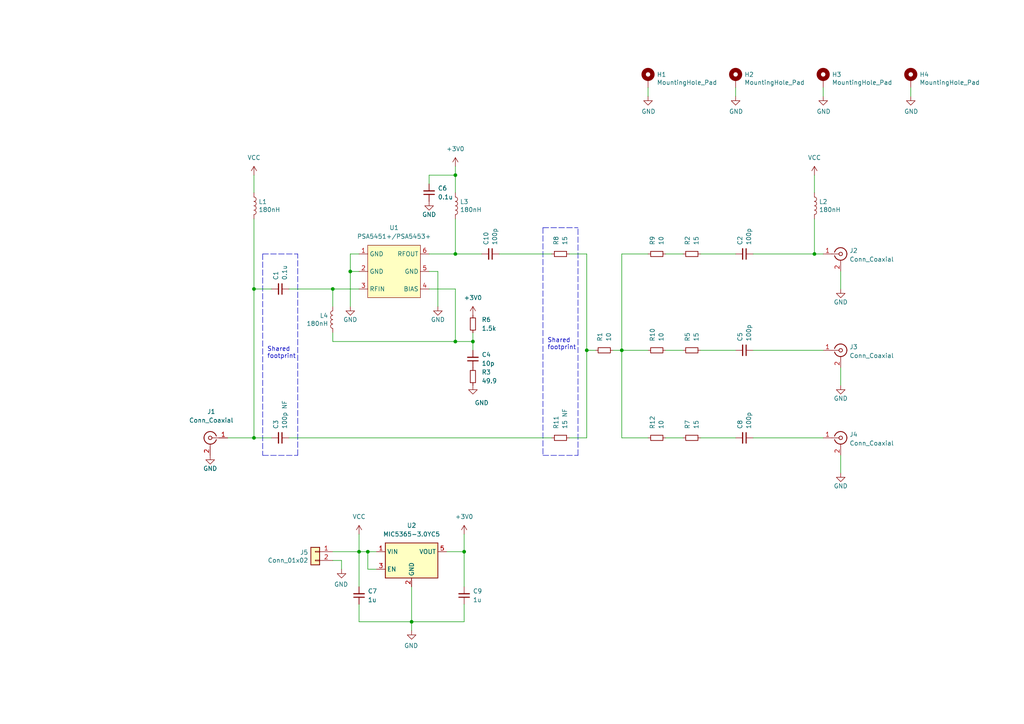
<source format=kicad_sch>
(kicad_sch (version 20211123) (generator eeschema)
  (paper "A4")
  (title_block (title "Three-way power splitter with optional LNA") (date "2022-04-08") (company "Christer Weinigel <christer@weinigel.se>") (comment 1 "MIT License or Creative Commons BY"))
  (lib_symbols
    (symbol "0_weinigel:PSA5451+{slash}PSA5453+"
      (property "Reference" "U" (at 0 5.08 0))
      (property "Value" "PSA5451+{slash}PSA5453+" (at 0 2.54 0))
      (symbol "PSA5451+{slash}PSA5453+_0_1"
        (rectangle (start -7.62 0) (end 7.62 -15.24) (stroke (width 0.1524)) (fill (type background)))
      )
      (symbol "PSA5451+{slash}PSA5453+_1_1"
        (pin power_in line (at -10.16 -2.54 0) (length 2.54) (name "GND") (number "1"))
        (pin power_in line (at -10.16 -7.62 0) (length 2.54) (name "GND") (number "2"))
        (pin input line (at -10.16 -12.7 0) (length 2.54) (name "RFIN") (number "3"))
        (pin input line (at 10.16 -12.7 180) (length 2.54) (name "BIAS") (number "4"))
        (pin power_in line (at 10.16 -7.62 180) (length 2.54) (name "GND") (number "5"))
        (pin output line (at 10.16 -2.54 180) (length 2.54) (name "RFOUT") (number "6"))
      )
    )
    (symbol "Connector:Conn_Coaxial" (pin_names (offset 1.016) hide)
      (property "Reference" "J" (at 0.254 3.048 0))
      (property "Value" "Conn_Coaxial" (at 2.921 0 90))
      (symbol "Conn_Coaxial_0_1"
        (arc (start -1.778 -0.508) (mid 0.222 -1.808) (end 1.778 0) (stroke (width 0.254)))
        (polyline (pts (xy -2.54 0) (xy -0.508 0)))
        (polyline (pts (xy 0 -2.54) (xy 0 -1.778)))
        (circle (center 0 0) (radius 0.508) (stroke (width 0.2032)))
        (arc (start 1.778 0) (mid 0.222 1.8083) (end -1.778 0.508) (stroke (width 0.254)))
      )
      (symbol "Conn_Coaxial_1_1"
        (pin passive line (at -5.08 0 0) (length 2.54) (name "In") (number "1"))
        (pin passive line (at 0 -5.08 90) (length 2.54) (name "Ext") (number "2"))
      )
    )
    (symbol "Device:C_Small" (pin_numbers hide) (pin_names (offset 0.254) hide)
      (property "Reference" "C" (at 0.254 1.778 0))
      (property "Value" "C_Small" (at 0.254 -2.032 0))
      (symbol "C_Small_0_1"
        (polyline (pts (xy -1.524 -0.508) (xy 1.524 -0.508)) (stroke (width 0.3302)))
        (polyline (pts (xy -1.524 0.508) (xy 1.524 0.508)) (stroke (width 0.3048)))
      )
      (symbol "C_Small_1_1"
        (pin passive line (at 0 2.54 270) (length 2.032) (name "~") (number "1"))
        (pin passive line (at 0 -2.54 90) (length 2.032) (name "~") (number "2"))
      )
    )
    (symbol "Device:R_Small" (pin_numbers hide) (pin_names (offset 0.254) hide)
      (property "Reference" "R" (at 0.762 0.508 0))
      (property "Value" "R_Small" (at 0.762 -1.016 0))
      (symbol "R_Small_0_1"
        (rectangle (start -0.762 1.778) (end 0.762 -1.778) (stroke (width 0.2032)))
      )
      (symbol "R_Small_1_1"
        (pin passive line (at 0 2.54 270) (length 0.762) (name "~") (number "1"))
        (pin passive line (at 0 -2.54 90) (length 0.762) (name "~") (number "2"))
      )
    )
    (symbol "Regulator_Linear:MIC5365-3.3YC5"
      (property "Reference" "U" (at -6.35 6.35 0))
      (property "Value" "MIC5365-3.3YC5" (at 0 6.35 0))
      (symbol "MIC5365-3.3YC5_0_1"
        (rectangle (start -7.62 -5.08) (end 7.62 5.08) (stroke (width 0.254)) (fill (type background)))
      )
      (symbol "MIC5365-3.3YC5_1_1"
        (pin power_in line (at -10.16 2.54 0) (length 2.54) (name "VIN") (number "1"))
        (pin power_in line (at 0 -7.62 90) (length 2.54) (name "GND") (number "2"))
        (pin input line (at -10.16 -2.54 0) (length 2.54) (name "EN") (number "3"))
        (pin no_connect line (at 7.62 -2.54 180) (length 2.54) hide (name "NC") (number "4"))
        (pin power_out line (at 10.16 2.54 180) (length 2.54) (name "VOUT") (number "5"))
      )
    )
    (symbol "power:+3V0" (power) (pin_names (offset 0))
      (property "Value" "+3V0" (at 0 3.556 0))
      (symbol "+3V0_0_1"
        (polyline (pts (xy -0.762 1.27) (xy 0 2.54)))
        (polyline (pts (xy 0 0) (xy 0 2.54)))
        (polyline (pts (xy 0 2.54) (xy 0.762 1.27)))
      )
      (symbol "+3V0_1_1"
        (pin power_in line (at 0 0 90) (length 0) hide (name "+3V0") (number "1"))
      )
    )
    (symbol "power:GND" (power) (pin_names (offset 0))
      (property "Value" "GND" (at 0 -3.81 0))
      (symbol "GND_0_1"
        (polyline (pts (xy 0 0) (xy 0 -1.27) (xy 1.27 -1.27) (xy 0 -2.54) (xy -1.27 -1.27) (xy 0 -1.27)))
      )
      (symbol "GND_1_1"
        (pin power_in line (at 0 0 270) (length 0) hide (name "GND") (number "1"))
      )
    )
    (symbol "power:VCC" (power) (pin_names (offset 0))
      (property "Value" "VCC" (at 0 3.81 0))
      (symbol "VCC_0_1"
        (polyline (pts (xy -0.762 1.27) (xy 0 2.54)))
        (polyline (pts (xy 0 0) (xy 0 2.54)))
        (polyline (pts (xy 0 2.54) (xy 0.762 1.27)))
      )
      (symbol "VCC_1_1"
        (pin power_in line (at 0 0 90) (length 0) hide (name "VCC") (number "1"))
      )
    )
    (symbol "whiterabbit-rescue:Conn_01x02-Connector_Generic" (pin_names (offset 1.016) hide)
      (property "Reference" "J" (at 0 2.54 0))
      (property "Value" "Conn_01x02-Connector_Generic" (at 0 -5.08 0))
      (symbol "Conn_01x02-Connector_Generic_1_1"
        (rectangle (start -1.27 -2.413) (end 0 -2.667) (stroke (width 0.1524)))
        (rectangle (start -1.27 0.127) (end 0 -0.127) (stroke (width 0.1524)))
        (rectangle (start -1.27 1.27) (end 1.27 -3.81) (stroke (width 0.254)) (fill (type background)))
        (pin passive line (at -5.08 0 0) (length 3.81) (name "Pin_1") (number "1"))
        (pin passive line (at -5.08 -2.54 0) (length 3.81) (name "Pin_2") (number "2"))
      )
    )
    (symbol "whiterabbit-rescue:GND-power" (power) (pin_names (offset 0))
      (property "Value" "GND-power" (at 0 -3.81 0))
      (symbol "GND-power_0_1"
        (polyline (pts (xy 0 0) (xy 0 -1.27) (xy 1.27 -1.27) (xy 0 -2.54) (xy -1.27 -1.27) (xy 0 -1.27)))
      )
      (symbol "GND-power_1_1"
        (pin power_in line (at 0 0 270) (length 0) hide (name "GND") (number "1"))
      )
    )
    (symbol "whiterabbit-rescue:L-Device" (pin_numbers hide) (pin_names (offset 1.016) hide)
      (property "Reference" "L" (at -1.27 0 90))
      (property "Value" "L-Device" (at 1.905 0 90))
      (symbol "L-Device_0_1"
        (arc (start 0 -2.54) (mid 0.635 -1.905) (end 0 -1.27))
        (arc (start 0 -1.27) (mid 0.635 -0.635) (end 0 0))
        (arc (start 0 0) (mid 0.635 0.635) (end 0 1.27))
        (arc (start 0 1.27) (mid 0.635 1.905) (end 0 2.54))
      )
      (symbol "L-Device_1_1"
        (pin passive line (at 0 3.81 270) (length 1.27) (name "1") (number "1"))
        (pin passive line (at 0 -3.81 90) (length 1.27) (name "2") (number "2"))
      )
    )
    (symbol "whiterabbit-rescue:MountingHole_Pad-Mechanical" (pin_numbers hide) (pin_names (offset 1.016) hide)
      (property "Reference" "H" (at 0 6.35 0))
      (property "Value" "MountingHole_Pad-Mechanical" (at 0 4.445 0))
      (symbol "MountingHole_Pad-Mechanical_0_1"
        (circle (center 0 1.27) (radius 1.27) (stroke (width 1.27)))
      )
      (symbol "MountingHole_Pad-Mechanical_1_1"
        (pin input line (at 0 -2.54 90) (length 2.54) (name "1") (number "1"))
      )
    )
  )
  (junction (at 134.62 160.02))
  (junction (at 96.52 83.82))
  (junction (at 137.16 99.06))
  (junction (at 180.34 101.6))
  (junction (at 104.14 160.02) (diameter 0.9144))
  (junction (at 101.6 78.74))
  (junction (at 106.68 160.02))
  (junction (at 132.08 50.8))
  (junction (at 73.66 127))
  (junction (at 73.66 83.82))
  (junction (at 119.38 180.34))
  (junction (at 132.08 99.06))
  (junction (at 170.18 101.6))
  (junction (at 236.22 73.66))
  (junction (at 132.08 73.66))
  (wire (pts (xy 187.96 27.94) (xy 187.96 25.4)))
  (wire (pts (xy 132.08 99.06) (xy 96.52 99.06)))
  (wire (pts (xy 132.08 63.5) (xy 132.08 73.66)))
  (wire (pts (xy 101.6 78.74) (xy 101.6 88.9)))
  (wire (pts (xy 109.22 165.1) (xy 106.68 165.1)))
  (wire (pts (xy 124.46 78.74) (xy 127 78.74)))
  (wire (pts (xy 106.68 165.1) (xy 106.68 160.02)))
  (wire (pts (xy 96.52 96.52) (xy 96.52 99.06)))
  (wire (pts (xy 73.66 127) (xy 66.04 127)))
  (wire (pts (xy 170.18 101.6) (xy 172.72 101.6)))
  (wire (pts (xy 134.62 160.02) (xy 134.62 170.18)))
  (wire (pts (xy 170.18 73.66) (xy 170.18 101.6)))
  (wire (pts (xy 119.38 180.34) (xy 134.62 180.34)))
  (wire (pts (xy 104.14 180.34) (xy 119.38 180.34)))
  (wire (pts (xy 264.16 27.94) (xy 264.16 25.4)))
  (wire (pts (xy 218.44 101.6) (xy 238.76 101.6)))
  (wire (pts (xy 129.54 160.02) (xy 134.62 160.02)))
  (wire (pts (xy 236.22 63.5) (xy 236.22 73.66)))
  (wire (pts (xy 106.68 160.02) (xy 109.22 160.02)))
  (wire (pts (xy 180.34 101.6) (xy 180.34 127)))
  (polyline (pts (xy 76.2 73.66) (xy 76.2 132.08)))
  (wire (pts (xy 137.16 99.06) (xy 137.16 101.6)))
  (wire (pts (xy 165.1 73.66) (xy 170.18 73.66)))
  (wire (pts (xy 119.38 170.18) (xy 119.38 180.34)))
  (wire (pts (xy 132.08 83.82) (xy 132.08 99.06)))
  (wire (pts (xy 238.76 27.94) (xy 238.76 25.4)))
  (wire (pts (xy 101.6 73.66) (xy 101.6 78.74)))
  (wire (pts (xy 177.8 101.6) (xy 180.34 101.6)))
  (wire (pts (xy 104.14 154.94) (xy 104.14 160.02)))
  (wire (pts (xy 218.44 127) (xy 238.76 127)))
  (wire (pts (xy 96.52 83.82) (xy 104.14 83.82)))
  (wire (pts (xy 218.44 73.66) (xy 236.22 73.66)))
  (wire (pts (xy 134.62 180.34) (xy 134.62 175.26)))
  (wire (pts (xy 96.52 162.56) (xy 99.06 162.56)))
  (wire (pts (xy 236.22 50.8) (xy 236.22 55.88)))
  (wire (pts (xy 101.6 78.74) (xy 104.14 78.74)))
  (polyline (pts (xy 76.2 73.66) (xy 86.36 73.66)))
  (wire (pts (xy 132.08 50.8) (xy 132.08 55.88)))
  (wire (pts (xy 99.06 162.56) (xy 99.06 165.1)))
  (wire (pts (xy 78.74 127) (xy 73.66 127)))
  (wire (pts (xy 83.82 127) (xy 160.02 127)))
  (wire (pts (xy 132.08 50.8) (xy 124.46 50.8)))
  (polyline (pts (xy 167.64 132.08) (xy 167.64 66.04)))
  (wire (pts (xy 134.62 154.94) (xy 134.62 160.02)))
  (wire (pts (xy 132.08 83.82) (xy 124.46 83.82)))
  (wire (pts (xy 124.46 50.8) (xy 124.46 53.34)))
  (wire (pts (xy 180.34 127) (xy 187.96 127)))
  (wire (pts (xy 144.78 73.66) (xy 160.02 73.66)))
  (wire (pts (xy 83.82 83.82) (xy 96.52 83.82)))
  (wire (pts (xy 236.22 73.66) (xy 238.76 73.66)))
  (wire (pts (xy 104.14 160.02) (xy 104.14 170.18)))
  (polyline (pts (xy 157.48 66.04) (xy 157.48 132.08)))
  (wire (pts (xy 193.04 73.66) (xy 198.12 73.66)))
  (polyline (pts (xy 157.48 66.04) (xy 167.64 66.04)))
  (wire (pts (xy 203.2 101.6) (xy 213.36 101.6)))
  (polyline (pts (xy 157.48 132.08) (xy 167.64 132.08)))
  (polyline (pts (xy 86.36 132.08) (xy 86.36 73.66)))
  (wire (pts (xy 165.1 127) (xy 170.18 127)))
  (wire (pts (xy 137.16 96.52) (xy 137.16 99.06)))
  (polyline (pts (xy 76.2 132.08) (xy 86.36 132.08)))
  (wire (pts (xy 193.04 101.6) (xy 198.12 101.6)))
  (wire (pts (xy 104.14 73.66) (xy 101.6 73.66)))
  (wire (pts (xy 180.34 101.6) (xy 187.96 101.6)))
  (wire (pts (xy 193.04 127) (xy 198.12 127)))
  (wire (pts (xy 170.18 101.6) (xy 170.18 127)))
  (wire (pts (xy 104.14 160.02) (xy 106.68 160.02)))
  (wire (pts (xy 73.66 50.8) (xy 73.66 55.88)))
  (wire (pts (xy 96.52 160.02) (xy 104.14 160.02)))
  (wire (pts (xy 132.08 48.26) (xy 132.08 50.8)))
  (wire (pts (xy 243.84 83.82) (xy 243.84 78.74)))
  (wire (pts (xy 203.2 73.66) (xy 213.36 73.66)))
  (wire (pts (xy 119.38 180.34) (xy 119.38 182.88)))
  (wire (pts (xy 104.14 175.26) (xy 104.14 180.34)))
  (wire (pts (xy 243.84 111.76) (xy 243.84 106.68)))
  (wire (pts (xy 132.08 99.06) (xy 137.16 99.06)))
  (wire (pts (xy 127 78.74) (xy 127 88.9)))
  (wire (pts (xy 180.34 73.66) (xy 180.34 101.6)))
  (wire (pts (xy 96.52 83.82) (xy 96.52 88.9)))
  (wire (pts (xy 243.84 137.16) (xy 243.84 132.08)))
  (wire (pts (xy 213.36 27.94) (xy 213.36 25.4)))
  (wire (pts (xy 124.46 73.66) (xy 132.08 73.66)))
  (wire (pts (xy 73.66 83.82) (xy 73.66 127)))
  (wire (pts (xy 73.66 63.5) (xy 73.66 83.82)))
  (wire (pts (xy 203.2 127) (xy 213.36 127)))
  (wire (pts (xy 132.08 73.66) (xy 139.7 73.66)))
  (wire (pts (xy 180.34 73.66) (xy 187.96 73.66)))
  (wire (pts (xy 73.66 83.82) (xy 78.74 83.82)))
  (text "Shared\nfootprint" (at 158.75 101.6 0) (effects (font (size 1.27 1.27)) (justify left bottom)))
  (text "Shared\nfootprint" (at 77.47 104.14 0) (effects (font (size 1.27 1.27)) (justify left bottom)))
  (symbol (lib_id "power:VCC") (at 104.14 154.94 0) (unit 1)
    (property "Reference" "#PWR0114" (effects hide))
    (property "Value" "VCC" (at 104.14 149.86 0))
  )
  (symbol (lib_id "power:VCC") (at 73.66 50.8 0) (unit 1)
    (property "Reference" "#PWR0105" (effects hide))
    (property "Value" "VCC" (at 73.66 45.72 0))
  )
  (symbol (lib_id "whiterabbit-rescue:GND-power") (at 99.06 165.1 0) (mirror y) (unit 1)
    (property "Reference" "#PWR0116" (effects hide))
    (property "Value" "GND" (at 98.933 169.4942 0))
  )
  (symbol (lib_id "Device:R_Small") (at 162.56 127 90) (unit 1)
    (property "Reference" "R11" (at 161.29 124.46 0) (effects (justify left)))
    (property "Value" "15 NF" (at 163.83 124.46 0) (effects (justify left)))
    (property "Footprint" "Resistor_SMD:R_0402_1005Metric" (effects hide))
  )
  (symbol (lib_id "Device:C_Small") (at 81.28 83.82 270) (unit 1)
    (property "Reference" "C1" (at 80.01 81.28 0) (effects (justify right)))
    (property "Value" "0.1u" (at 82.55 81.28 0) (effects (justify right)))
    (property "Footprint" "Resistor_SMD:R_0402_1005Metric" (effects hide))
    (property "LCSC" "C1525" (effects hide))
    (property "Voltage" "16V" (effects hide))
  )
  (symbol (lib_id "whiterabbit-rescue:L-Device") (at 236.22 59.69 0) (unit 1)
    (property "Reference" "L2" (at 237.5408 58.5216 0) (effects (justify left)))
    (property "Value" "180nH" (at 237.5408 60.833 0) (effects (justify left)))
    (property "Footprint" "Resistor_SMD:R_0402_1005Metric" (effects hide))
    (property "LCSC" "C185484" (effects hide))
  )
  (symbol (lib_id "power:GND") (at 243.84 137.16 0) (unit 1)
    (property "Reference" "#PWR0112" (effects hide))
    (property "Value" "GND" (at 243.84 140.97 0))
  )
  (symbol (lib_id "power:+3V0") (at 132.08 48.26 0) (unit 1)
    (property "Reference" "#PWR0108" (effects hide))
    (property "Value" "+3V0" (at 132.08 43.18 0))
  )
  (symbol (lib_id "whiterabbit-rescue:MountingHole_Pad-Mechanical") (at 264.16 22.86 0) (unit 1) (in_bom no)
    (property "Reference" "H4" (at 266.7 21.6154 0) (effects (justify left)))
    (property "Value" "MountingHole_Pad" (at 266.7 23.9268 0) (effects (justify left)))
    (property "Footprint" "0_wingel:PLATED_HOLE_6MM_3.2MM" (effects hide))
  )
  (symbol (lib_id "0_weinigel:PSA5451+{slash}PSA5453+") (at 114.3 71.12 0) (unit 1)
    (property "Reference" "U1" (at 114.3 66.04 0))
    (property "Value" "PSA5451+/PSA5453+" (at 114.3 68.58 0))
    (property "Footprint" "Package_TO_SOT_SMD:SOT-363_SC-70-6" (effects hide))
  )
  (symbol (lib_id "Regulator_Linear:MIC5365-3.3YC5") (at 119.38 162.56 0) (unit 1)
    (property "Reference" "U2" (at 119.38 152.4 0))
    (property "Value" "MIC5365-3.0YC5" (at 119.38 154.94 0))
    (property "Footprint" "Package_TO_SOT_SMD:SOT-353_SC-70-5" (effects hide))
    (property "Datasheet" "http://ww1.microchip.com/downloads/en/DeviceDoc/mic5365.pdf" (effects hide))
    (property "LCSC" "C220617" (effects hide))
  )
  (symbol (lib_id "Device:R_Small") (at 190.5 101.6 90) (unit 1)
    (property "Reference" "R10" (at 189.23 99.06 0) (effects (justify left)))
    (property "Value" "10" (at 191.77 99.06 0) (effects (justify left)))
    (property "Footprint" "Resistor_SMD:R_0402_1005Metric" (effects hide))
    (property "LCSC" "C25077" (effects hide))
  )
  (symbol (lib_id "Connector:Conn_Coaxial") (at 243.84 127 0) (unit 1)
    (property "Reference" "J4" (at 246.38 126.0231 0) (effects (justify left)))
    (property "Value" "Conn_Coaxial" (at 246.38 128.5631 0) (effects (justify left)))
    (property "Footprint" "Connector_Coaxial:SMA_Amphenol_132203-12_Horizontal" (effects hide))
    (property "Datasheet" " ~" (effects hide))
  )
  (symbol (lib_id "whiterabbit-rescue:GND-power") (at 119.38 182.88 0) (mirror y) (unit 1)
    (property "Reference" "#PWR0118" (effects hide))
    (property "Value" "GND" (at 119.253 187.2742 0))
  )
  (symbol (lib_id "whiterabbit-rescue:L-Device") (at 132.08 59.69 0) (unit 1)
    (property "Reference" "L3" (at 133.4008 58.5216 0) (effects (justify left)))
    (property "Value" "180nH" (at 133.4008 60.833 0) (effects (justify left)))
    (property "Footprint" "Resistor_SMD:R_0402_1005Metric" (effects hide))
    (property "LCSC" "C185484" (effects hide))
  )
  (symbol (lib_id "whiterabbit-rescue:MountingHole_Pad-Mechanical") (at 213.36 22.86 0) (unit 1) (in_bom no)
    (property "Reference" "H2" (at 215.9 21.6154 0) (effects (justify left)))
    (property "Value" "MountingHole_Pad" (at 215.9 23.9268 0) (effects (justify left)))
    (property "Footprint" "0_wingel:PLATED_HOLE_6MM_3.2MM" (effects hide))
  )
  (symbol (lib_id "Connector:Conn_Coaxial") (at 243.84 101.6 0) (unit 1)
    (property "Reference" "J3" (at 246.38 100.6231 0) (effects (justify left)))
    (property "Value" "Conn_Coaxial" (at 246.38 103.1631 0) (effects (justify left)))
    (property "Footprint" "Connector_Coaxial:SMA_Amphenol_132203-12_Horizontal" (effects hide))
    (property "Datasheet" " ~" (effects hide))
  )
  (symbol (lib_id "whiterabbit-rescue:GND-power") (at 187.96 27.94 0) (unit 1)
    (property "Reference" "#PWR0121" (effects hide))
    (property "Value" "GND" (at 188.087 32.3342 0))
  )
  (symbol (lib_id "Device:C_Small") (at 124.46 55.88 180) (unit 1)
    (property "Reference" "C6" (at 127 54.61 0) (effects (justify right)))
    (property "Value" "0.1u" (at 127 57.15 0) (effects (justify right)))
    (property "Footprint" "Resistor_SMD:R_0402_1005Metric" (effects hide))
    (property "LCSC" "C1525" (effects hide))
    (property "Voltage" "16V" (effects hide))
  )
  (symbol (lib_id "Device:R_Small") (at 137.16 109.22 0) (unit 1)
    (property "Reference" "R3" (at 139.7 107.95 0) (effects (justify left)))
    (property "Value" "49.9" (at 139.7 110.49 0) (effects (justify left)))
    (property "Footprint" "Resistor_SMD:R_0402_1005Metric" (effects hide))
    (property "LCSC" "C25120" (effects hide))
  )
  (symbol (lib_id "Device:R_Small") (at 190.5 127 90) (unit 1)
    (property "Reference" "R12" (at 189.23 124.46 0) (effects (justify left)))
    (property "Value" "10" (at 191.77 124.46 0) (effects (justify left)))
    (property "Footprint" "Resistor_SMD:R_0402_1005Metric" (effects hide))
    (property "LCSC" "C25077" (effects hide))
  )
  (symbol (lib_id "whiterabbit-rescue:GND-power") (at 213.36 27.94 0) (unit 1)
    (property "Reference" "#PWR0122" (effects hide))
    (property "Value" "GND" (at 213.487 32.3342 0))
  )
  (symbol (lib_id "Device:R_Small") (at 200.66 73.66 90) (unit 1)
    (property "Reference" "R2" (at 199.39 71.12 0) (effects (justify left)))
    (property "Value" "15" (at 201.93 71.12 0) (effects (justify left)))
    (property "Footprint" "Resistor_SMD:R_0402_1005Metric" (effects hide))
    (property "LCSC" "C25083" (effects hide))
  )
  (symbol (lib_id "Device:R_Small") (at 162.56 73.66 90) (unit 1)
    (property "Reference" "R8" (at 161.29 71.12 0) (effects (justify left)))
    (property "Value" "15" (at 163.83 71.12 0) (effects (justify left)))
    (property "Footprint" "Resistor_SMD:R_0402_1005Metric" (effects hide))
    (property "LCSC" "C25083" (effects hide))
  )
  (symbol (lib_id "whiterabbit-rescue:GND-power") (at 238.76 27.94 0) (unit 1)
    (property "Reference" "#PWR0102" (effects hide))
    (property "Value" "GND" (at 238.887 32.3342 0))
  )
  (symbol (lib_id "Device:C_Small") (at 81.28 127 270) (unit 1)
    (property "Reference" "C3" (at 80.01 124.46 0) (effects (justify right)))
    (property "Value" "100p NF" (at 82.55 124.46 0) (effects (justify right)))
    (property "Footprint" "Resistor_SMD:R_0402_1005Metric" (effects hide))
    (property "Voltage" "16V" (effects hide))
  )
  (symbol (lib_id "whiterabbit-rescue:Conn_01x02-Connector_Generic") (at 91.44 160.02 0) (mirror y) (unit 1)
    (property "Reference" "J5" (at 89.408 160.2232 0) (effects (justify left)))
    (property "Value" "Conn_01x02" (at 89.408 162.5346 0) (effects (justify left)))
    (property "Footprint" "Connector_PinHeader_2.54mm:PinHeader_1x02_P2.54mm_Vertical" (effects hide))
  )
  (symbol (lib_id "Device:C_Small") (at 215.9 127 270) (unit 1)
    (property "Reference" "C8" (at 214.63 124.46 0) (effects (justify right)))
    (property "Value" "100p" (at 217.17 124.46 0) (effects (justify right)))
    (property "Footprint" "Resistor_SMD:R_0402_1005Metric" (effects hide))
    (property "LCSC" "C1546" (effects hide))
    (property "Voltage" "16V" (effects hide))
  )
  (symbol (lib_id "whiterabbit-rescue:MountingHole_Pad-Mechanical") (at 238.76 22.86 0) (unit 1) (in_bom no)
    (property "Reference" "H3" (at 241.3 21.6154 0) (effects (justify left)))
    (property "Value" "MountingHole_Pad" (at 241.3 23.9268 0) (effects (justify left)))
    (property "Footprint" "0_wingel:PLATED_HOLE_6MM_3.2MM" (effects hide))
  )
  (symbol (lib_id "power:GND") (at 243.84 111.76 0) (unit 1)
    (property "Reference" "#PWR0113" (effects hide))
    (property "Value" "GND" (at 243.84 115.57 0))
  )
  (symbol (lib_id "power:GND") (at 124.46 58.42 0) (mirror y) (unit 1)
    (property "Reference" "#PWR0110" (effects hide))
    (property "Value" "GND" (at 124.46 62.23 0))
  )
  (symbol (lib_id "Device:C_Small") (at 215.9 101.6 270) (unit 1)
    (property "Reference" "C5" (at 214.63 99.06 0) (effects (justify right)))
    (property "Value" "100p" (at 217.17 99.06 0) (effects (justify right)))
    (property "Footprint" "Resistor_SMD:R_0402_1005Metric" (effects hide))
    (property "LCSC" "C1546" (effects hide))
    (property "Voltage" "16V" (effects hide))
  )
  (symbol (lib_id "Connector:Conn_Coaxial") (at 60.96 127 0) (mirror y) (unit 1)
    (property "Reference" "J1" (at 61.2774 119.38 0))
    (property "Value" "Conn_Coaxial" (at 61.2774 121.92 0))
    (property "Footprint" "Connector_Coaxial:SMA_Amphenol_132203-12_Horizontal" (effects hide))
    (property "Datasheet" " ~" (effects hide))
  )
  (symbol (lib_id "power:GND") (at 137.16 111.76 0) (mirror y) (unit 1)
    (property "Reference" "#PWR0119" (effects hide))
    (property "Value" "GND" (at 139.7 116.84 0))
  )
  (symbol (lib_id "whiterabbit-rescue:MountingHole_Pad-Mechanical") (at 187.96 22.86 0) (unit 1) (in_bom no)
    (property "Reference" "H1" (at 190.5 21.6154 0) (effects (justify left)))
    (property "Value" "MountingHole_Pad" (at 190.5 23.9268 0) (effects (justify left)))
    (property "Footprint" "0_wingel:PLATED_HOLE_6MM_3.2MM" (effects hide))
  )
  (symbol (lib_id "whiterabbit-rescue:L-Device") (at 96.52 92.71 0) (mirror y) (unit 1)
    (property "Reference" "L4" (at 95.1992 91.5416 0) (effects (justify left)))
    (property "Value" "180nH" (at 95.1992 93.853 0) (effects (justify left)))
    (property "Footprint" "Resistor_SMD:R_0402_1005Metric" (effects hide))
    (property "LCSC" "C185484" (effects hide))
  )
  (symbol (lib_id "power:GND") (at 101.6 88.9 0) (mirror y) (unit 1)
    (property "Reference" "#PWR0111" (effects hide))
    (property "Value" "GND" (at 101.6 92.71 0))
  )
  (symbol (lib_id "Device:R_Small") (at 200.66 101.6 90) (unit 1)
    (property "Reference" "R5" (at 199.39 99.06 0) (effects (justify left)))
    (property "Value" "15" (at 201.93 99.06 0) (effects (justify left)))
    (property "Footprint" "Resistor_SMD:R_0402_1005Metric" (effects hide))
    (property "LCSC" "C25083" (effects hide))
  )
  (symbol (lib_id "whiterabbit-rescue:GND-power") (at 264.16 27.94 0) (unit 1)
    (property "Reference" "#PWR0101" (effects hide))
    (property "Value" "GND" (at 264.287 32.3342 0))
  )
  (symbol (lib_id "power:GND") (at 127 88.9 0) (mirror y) (unit 1)
    (property "Reference" "#PWR0106" (effects hide))
    (property "Value" "GND" (at 127 92.71 0))
  )
  (symbol (lib_id "power:VCC") (at 236.22 50.8 0) (unit 1)
    (property "Reference" "#PWR0117" (effects hide))
    (property "Value" "VCC" (at 236.22 45.72 0))
  )
  (symbol (lib_id "Connector:Conn_Coaxial") (at 243.84 73.66 0) (unit 1)
    (property "Reference" "J2" (at 246.38 72.6831 0) (effects (justify left)))
    (property "Value" "Conn_Coaxial" (at 246.38 75.2231 0) (effects (justify left)))
    (property "Footprint" "Connector_Coaxial:SMA_Amphenol_132203-12_Horizontal" (effects hide))
    (property "Datasheet" " ~" (effects hide))
  )
  (symbol (lib_id "Device:R_Small") (at 190.5 73.66 90) (unit 1)
    (property "Reference" "R9" (at 189.23 71.12 0) (effects (justify left)))
    (property "Value" "10" (at 191.77 71.12 0) (effects (justify left)))
    (property "Footprint" "Resistor_SMD:R_0402_1005Metric" (effects hide))
    (property "LCSC" "C25077" (effects hide))
  )
  (symbol (lib_id "Device:C_Small") (at 137.16 104.14 180) (unit 1)
    (property "Reference" "C4" (at 139.7 102.87 0) (effects (justify right)))
    (property "Value" "10p" (at 139.7 105.41 0) (effects (justify right)))
    (property "Footprint" "Resistor_SMD:R_0402_1005Metric" (effects hide))
    (property "LCSC" "C32949" (effects hide))
    (property "Voltage" "16V" (effects hide))
  )
  (symbol (lib_id "power:GND") (at 243.84 83.82 0) (unit 1)
    (property "Reference" "#PWR0115" (effects hide))
    (property "Value" "GND" (at 243.84 87.63 0))
  )
  (symbol (lib_id "Device:C_Small") (at 142.24 73.66 270) (unit 1)
    (property "Reference" "C10" (at 140.97 71.12 0) (effects (justify right)))
    (property "Value" "100p" (at 143.51 71.12 0) (effects (justify right)))
    (property "Footprint" "Resistor_SMD:R_0402_1005Metric" (effects hide))
    (property "LCSC" "C1546" (effects hide))
    (property "Voltage" "16V" (effects hide))
  )
  (symbol (lib_id "Device:R_Small") (at 200.66 127 90) (unit 1)
    (property "Reference" "R7" (at 199.39 124.46 0) (effects (justify left)))
    (property "Value" "15" (at 201.93 124.46 0) (effects (justify left)))
    (property "Footprint" "Resistor_SMD:R_0402_1005Metric" (effects hide))
    (property "LCSC" "C25083" (effects hide))
  )
  (symbol (lib_id "power:+3V0") (at 137.16 91.44 0) (unit 1)
    (property "Reference" "#PWR0120" (effects hide))
    (property "Value" "+3V0" (at 137.16 86.36 0))
  )
  (symbol (lib_id "whiterabbit-rescue:L-Device") (at 73.66 59.69 0) (unit 1)
    (property "Reference" "L1" (at 74.9808 58.5216 0) (effects (justify left)))
    (property "Value" "180nH" (at 74.9808 60.833 0) (effects (justify left)))
    (property "Footprint" "Resistor_SMD:R_0402_1005Metric" (effects hide))
    (property "LCSC" "C185484" (effects hide))
  )
  (symbol (lib_id "Device:R_Small") (at 137.16 93.98 0) (unit 1)
    (property "Reference" "R6" (at 139.7 92.71 0) (effects (justify left)))
    (property "Value" "1.5k" (at 139.7 95.25 0) (effects (justify left)))
    (property "Footprint" "Resistor_SMD:R_0402_1005Metric" (effects hide))
    (property "LCSC" "C25867" (effects hide))
  )
  (symbol (lib_id "Device:R_Small") (at 175.26 101.6 90) (unit 1)
    (property "Reference" "R1" (at 173.99 99.06 0) (effects (justify left)))
    (property "Value" "10" (at 176.53 99.06 0) (effects (justify left)))
    (property "Footprint" "Resistor_SMD:R_0402_1005Metric" (effects hide))
    (property "LCSC" "C25077" (effects hide))
  )
  (symbol (lib_id "Device:C_Small") (at 134.62 172.72 180) (unit 1)
    (property "Reference" "C9" (at 137.16 171.45 0) (effects (justify right)))
    (property "Value" "1u" (at 137.16 173.99 0) (effects (justify right)))
    (property "Footprint" "Resistor_SMD:R_0402_1005Metric" (effects hide))
    (property "LCSC" "C52923" (effects hide))
    (property "Voltage" "16V" (effects hide))
  )
  (symbol (lib_id "Device:C_Small") (at 104.14 172.72 180) (unit 1)
    (property "Reference" "C7" (at 106.68 171.45 0) (effects (justify right)))
    (property "Value" "1u" (at 106.68 173.99 0) (effects (justify right)))
    (property "Footprint" "Resistor_SMD:R_0402_1005Metric" (effects hide))
    (property "LCSC" "C52923" (effects hide))
    (property "Voltage" "16V" (effects hide))
  )
  (symbol (lib_id "power:GND") (at 60.96 132.08 0) (mirror y) (unit 1)
    (property "Reference" "#PWR0107" (effects hide))
    (property "Value" "GND" (at 60.96 135.89 0))
  )
  (symbol (lib_id "Device:C_Small") (at 215.9 73.66 270) (unit 1)
    (property "Reference" "C2" (at 214.63 71.12 0) (effects (justify right)))
    (property "Value" "100p" (at 217.17 71.12 0) (effects (justify right)))
    (property "Footprint" "Resistor_SMD:R_0402_1005Metric" (effects hide))
    (property "LCSC" "C1546" (effects hide))
    (property "Voltage" "16V" (effects hide))
  )
  (symbol (lib_id "power:+3V0") (at 134.62 154.94 0) (unit 1)
    (property "Reference" "#PWR0109" (effects hide))
    (property "Value" "+3V0" (at 134.62 149.86 0))
  )
)
</source>
